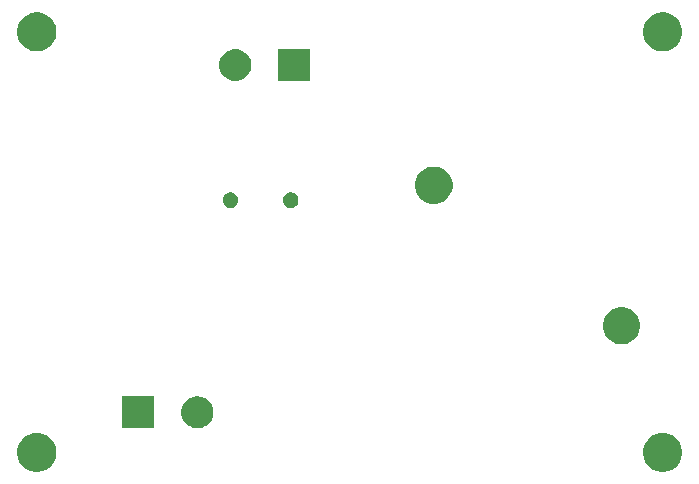
<source format=gbr>
G04 #@! TF.GenerationSoftware,KiCad,Pcbnew,5.0.1*
G04 #@! TF.CreationDate,2019-03-15T13:28:57+13:00*
G04 #@! TF.ProjectId,spiroBoard,737069726F426F6172642E6B69636164,rev?*
G04 #@! TF.SameCoordinates,Original*
G04 #@! TF.FileFunction,Soldermask,Bot*
G04 #@! TF.FilePolarity,Negative*
%FSLAX46Y46*%
G04 Gerber Fmt 4.6, Leading zero omitted, Abs format (unit mm)*
G04 Created by KiCad (PCBNEW 5.0.1) date Fri 15 Mar 2019 01:28:57 PM NZDT*
%MOMM*%
%LPD*%
G01*
G04 APERTURE LIST*
%ADD10C,0.100000*%
G04 APERTURE END LIST*
D10*
G36*
X136375256Y-109991298D02*
X136481579Y-110012447D01*
X136782042Y-110136903D01*
X137048852Y-110315180D01*
X137052454Y-110317587D01*
X137282413Y-110547546D01*
X137463098Y-110817960D01*
X137587553Y-111118422D01*
X137651000Y-111437389D01*
X137651000Y-111762611D01*
X137587553Y-112081578D01*
X137463098Y-112382040D01*
X137282413Y-112652454D01*
X137052454Y-112882413D01*
X137052451Y-112882415D01*
X136782042Y-113063097D01*
X136481579Y-113187553D01*
X136375256Y-113208702D01*
X136162611Y-113251000D01*
X135837389Y-113251000D01*
X135624744Y-113208702D01*
X135518421Y-113187553D01*
X135217958Y-113063097D01*
X134947549Y-112882415D01*
X134947546Y-112882413D01*
X134717587Y-112652454D01*
X134536902Y-112382040D01*
X134412447Y-112081578D01*
X134349000Y-111762611D01*
X134349000Y-111437389D01*
X134412447Y-111118422D01*
X134536902Y-110817960D01*
X134717587Y-110547546D01*
X134947546Y-110317587D01*
X134951148Y-110315180D01*
X135217958Y-110136903D01*
X135518421Y-110012447D01*
X135624744Y-109991298D01*
X135837389Y-109949000D01*
X136162611Y-109949000D01*
X136375256Y-109991298D01*
X136375256Y-109991298D01*
G37*
G36*
X189375256Y-109991298D02*
X189481579Y-110012447D01*
X189782042Y-110136903D01*
X190048852Y-110315180D01*
X190052454Y-110317587D01*
X190282413Y-110547546D01*
X190463098Y-110817960D01*
X190587553Y-111118422D01*
X190651000Y-111437389D01*
X190651000Y-111762611D01*
X190587553Y-112081578D01*
X190463098Y-112382040D01*
X190282413Y-112652454D01*
X190052454Y-112882413D01*
X190052451Y-112882415D01*
X189782042Y-113063097D01*
X189481579Y-113187553D01*
X189375256Y-113208702D01*
X189162611Y-113251000D01*
X188837389Y-113251000D01*
X188624744Y-113208702D01*
X188518421Y-113187553D01*
X188217958Y-113063097D01*
X187947549Y-112882415D01*
X187947546Y-112882413D01*
X187717587Y-112652454D01*
X187536902Y-112382040D01*
X187412447Y-112081578D01*
X187349000Y-111762611D01*
X187349000Y-111437389D01*
X187412447Y-111118422D01*
X187536902Y-110817960D01*
X187717587Y-110547546D01*
X187947546Y-110317587D01*
X187951148Y-110315180D01*
X188217958Y-110136903D01*
X188518421Y-110012447D01*
X188624744Y-109991298D01*
X188837389Y-109949000D01*
X189162611Y-109949000D01*
X189375256Y-109991298D01*
X189375256Y-109991298D01*
G37*
G36*
X149863567Y-106874959D02*
X149994072Y-106900918D01*
X150239939Y-107002759D01*
X150460464Y-107150110D01*
X150461215Y-107150612D01*
X150649388Y-107338785D01*
X150649390Y-107338788D01*
X150797241Y-107560061D01*
X150899082Y-107805928D01*
X150951000Y-108066938D01*
X150951000Y-108333062D01*
X150899082Y-108594072D01*
X150797241Y-108839939D01*
X150649890Y-109060464D01*
X150649388Y-109061215D01*
X150461215Y-109249388D01*
X150461212Y-109249390D01*
X150239939Y-109397241D01*
X149994072Y-109499082D01*
X149863567Y-109525041D01*
X149733063Y-109551000D01*
X149466937Y-109551000D01*
X149336433Y-109525041D01*
X149205928Y-109499082D01*
X148960061Y-109397241D01*
X148738788Y-109249390D01*
X148738785Y-109249388D01*
X148550612Y-109061215D01*
X148550110Y-109060464D01*
X148402759Y-108839939D01*
X148300918Y-108594072D01*
X148249000Y-108333062D01*
X148249000Y-108066938D01*
X148300918Y-107805928D01*
X148402759Y-107560061D01*
X148550610Y-107338788D01*
X148550612Y-107338785D01*
X148738785Y-107150612D01*
X148739536Y-107150110D01*
X148960061Y-107002759D01*
X149205928Y-106900918D01*
X149336433Y-106874959D01*
X149466937Y-106849000D01*
X149733063Y-106849000D01*
X149863567Y-106874959D01*
X149863567Y-106874959D01*
G37*
G36*
X145951000Y-109551000D02*
X143249000Y-109551000D01*
X143249000Y-106849000D01*
X145951000Y-106849000D01*
X145951000Y-109551000D01*
X145951000Y-109551000D01*
G37*
G36*
X185708212Y-99309949D02*
X185962175Y-99360465D01*
X186248989Y-99479268D01*
X186507115Y-99651742D01*
X186726632Y-99871259D01*
X186899106Y-100129385D01*
X187017909Y-100416199D01*
X187078473Y-100720679D01*
X187078473Y-101031123D01*
X187017909Y-101335603D01*
X186899106Y-101622417D01*
X186726632Y-101880543D01*
X186507115Y-102100060D01*
X186248989Y-102272534D01*
X185962175Y-102391337D01*
X185708212Y-102441853D01*
X185657696Y-102451901D01*
X185347250Y-102451901D01*
X185296734Y-102441853D01*
X185042771Y-102391337D01*
X184755957Y-102272534D01*
X184497831Y-102100060D01*
X184278314Y-101880543D01*
X184105840Y-101622417D01*
X183987037Y-101335603D01*
X183926473Y-101031123D01*
X183926473Y-100720679D01*
X183987037Y-100416199D01*
X184105840Y-100129385D01*
X184278314Y-99871259D01*
X184497831Y-99651742D01*
X184755957Y-99479268D01*
X185042771Y-99360465D01*
X185296734Y-99309949D01*
X185347250Y-99299901D01*
X185657696Y-99299901D01*
X185708212Y-99309949D01*
X185708212Y-99309949D01*
G37*
G36*
X152589890Y-89616017D02*
X152708361Y-89665089D01*
X152814992Y-89736338D01*
X152905662Y-89827008D01*
X152976911Y-89933639D01*
X153025983Y-90052110D01*
X153051000Y-90177881D01*
X153051000Y-90306119D01*
X153025983Y-90431890D01*
X152976911Y-90550361D01*
X152905662Y-90656992D01*
X152814992Y-90747662D01*
X152708361Y-90818911D01*
X152589890Y-90867983D01*
X152464119Y-90893000D01*
X152335881Y-90893000D01*
X152210110Y-90867983D01*
X152091639Y-90818911D01*
X151985008Y-90747662D01*
X151894338Y-90656992D01*
X151823089Y-90550361D01*
X151774017Y-90431890D01*
X151749000Y-90306119D01*
X151749000Y-90177881D01*
X151774017Y-90052110D01*
X151823089Y-89933639D01*
X151894338Y-89827008D01*
X151985008Y-89736338D01*
X152091639Y-89665089D01*
X152210110Y-89616017D01*
X152335881Y-89591000D01*
X152464119Y-89591000D01*
X152589890Y-89616017D01*
X152589890Y-89616017D01*
G37*
G36*
X157689890Y-89616017D02*
X157808361Y-89665089D01*
X157914992Y-89736338D01*
X158005662Y-89827008D01*
X158076911Y-89933639D01*
X158125983Y-90052110D01*
X158151000Y-90177881D01*
X158151000Y-90306119D01*
X158125983Y-90431890D01*
X158076911Y-90550361D01*
X158005662Y-90656992D01*
X157914992Y-90747662D01*
X157808361Y-90818911D01*
X157689890Y-90867983D01*
X157564119Y-90893000D01*
X157435881Y-90893000D01*
X157310110Y-90867983D01*
X157191639Y-90818911D01*
X157085008Y-90747662D01*
X156994338Y-90656992D01*
X156923089Y-90550361D01*
X156874017Y-90431890D01*
X156849000Y-90306119D01*
X156849000Y-90177881D01*
X156874017Y-90052110D01*
X156923089Y-89933639D01*
X156994338Y-89827008D01*
X157085008Y-89736338D01*
X157191639Y-89665089D01*
X157310110Y-89616017D01*
X157435881Y-89591000D01*
X157564119Y-89591000D01*
X157689890Y-89616017D01*
X157689890Y-89616017D01*
G37*
G36*
X169833212Y-87419949D02*
X170087175Y-87470465D01*
X170373989Y-87589268D01*
X170632115Y-87761742D01*
X170851632Y-87981259D01*
X171024106Y-88239385D01*
X171142909Y-88526199D01*
X171203473Y-88830679D01*
X171203473Y-89141123D01*
X171142909Y-89445603D01*
X171024106Y-89732417D01*
X170851632Y-89990543D01*
X170632115Y-90210060D01*
X170373989Y-90382534D01*
X170087175Y-90501337D01*
X169840711Y-90550361D01*
X169782696Y-90561901D01*
X169472250Y-90561901D01*
X169414235Y-90550361D01*
X169167771Y-90501337D01*
X168880957Y-90382534D01*
X168622831Y-90210060D01*
X168403314Y-89990543D01*
X168230840Y-89732417D01*
X168112037Y-89445603D01*
X168051473Y-89141123D01*
X168051473Y-88830679D01*
X168112037Y-88526199D01*
X168230840Y-88239385D01*
X168403314Y-87981259D01*
X168622831Y-87761742D01*
X168880957Y-87589268D01*
X169167771Y-87470465D01*
X169421734Y-87419949D01*
X169472250Y-87409901D01*
X169782696Y-87409901D01*
X169833212Y-87419949D01*
X169833212Y-87419949D01*
G37*
G36*
X153003933Y-77463097D02*
X153194072Y-77500918D01*
X153439939Y-77602759D01*
X153660464Y-77750110D01*
X153661215Y-77750612D01*
X153849388Y-77938785D01*
X153849390Y-77938788D01*
X153997241Y-78160061D01*
X154099082Y-78405928D01*
X154151000Y-78666938D01*
X154151000Y-78933062D01*
X154099082Y-79194072D01*
X153997241Y-79439939D01*
X153849890Y-79660464D01*
X153849388Y-79661215D01*
X153661215Y-79849388D01*
X153661212Y-79849390D01*
X153439939Y-79997241D01*
X153194072Y-80099082D01*
X153063567Y-80125041D01*
X152933063Y-80151000D01*
X152666937Y-80151000D01*
X152536433Y-80125041D01*
X152405928Y-80099082D01*
X152160061Y-79997241D01*
X151938788Y-79849390D01*
X151938785Y-79849388D01*
X151750612Y-79661215D01*
X151750110Y-79660464D01*
X151602759Y-79439939D01*
X151500918Y-79194072D01*
X151449000Y-78933062D01*
X151449000Y-78666938D01*
X151500918Y-78405928D01*
X151602759Y-78160061D01*
X151750610Y-77938788D01*
X151750612Y-77938785D01*
X151938785Y-77750612D01*
X151939536Y-77750110D01*
X152160061Y-77602759D01*
X152405928Y-77500918D01*
X152596067Y-77463097D01*
X152666937Y-77449000D01*
X152933063Y-77449000D01*
X153003933Y-77463097D01*
X153003933Y-77463097D01*
G37*
G36*
X159151000Y-80151000D02*
X156449000Y-80151000D01*
X156449000Y-77449000D01*
X159151000Y-77449000D01*
X159151000Y-80151000D01*
X159151000Y-80151000D01*
G37*
G36*
X136375256Y-74391298D02*
X136481579Y-74412447D01*
X136782042Y-74536903D01*
X137048852Y-74715180D01*
X137052454Y-74717587D01*
X137282413Y-74947546D01*
X137463098Y-75217960D01*
X137587553Y-75518422D01*
X137651000Y-75837389D01*
X137651000Y-76162611D01*
X137587553Y-76481578D01*
X137463098Y-76782040D01*
X137282413Y-77052454D01*
X137052454Y-77282413D01*
X137052451Y-77282415D01*
X136782042Y-77463097D01*
X136481579Y-77587553D01*
X136405133Y-77602759D01*
X136162611Y-77651000D01*
X135837389Y-77651000D01*
X135594867Y-77602759D01*
X135518421Y-77587553D01*
X135217958Y-77463097D01*
X134947549Y-77282415D01*
X134947546Y-77282413D01*
X134717587Y-77052454D01*
X134536902Y-76782040D01*
X134412447Y-76481578D01*
X134349000Y-76162611D01*
X134349000Y-75837389D01*
X134412447Y-75518422D01*
X134536902Y-75217960D01*
X134717587Y-74947546D01*
X134947546Y-74717587D01*
X134951148Y-74715180D01*
X135217958Y-74536903D01*
X135518421Y-74412447D01*
X135624744Y-74391298D01*
X135837389Y-74349000D01*
X136162611Y-74349000D01*
X136375256Y-74391298D01*
X136375256Y-74391298D01*
G37*
G36*
X189375256Y-74391298D02*
X189481579Y-74412447D01*
X189782042Y-74536903D01*
X190048852Y-74715180D01*
X190052454Y-74717587D01*
X190282413Y-74947546D01*
X190463098Y-75217960D01*
X190587553Y-75518422D01*
X190651000Y-75837389D01*
X190651000Y-76162611D01*
X190587553Y-76481578D01*
X190463098Y-76782040D01*
X190282413Y-77052454D01*
X190052454Y-77282413D01*
X190052451Y-77282415D01*
X189782042Y-77463097D01*
X189481579Y-77587553D01*
X189405133Y-77602759D01*
X189162611Y-77651000D01*
X188837389Y-77651000D01*
X188594867Y-77602759D01*
X188518421Y-77587553D01*
X188217958Y-77463097D01*
X187947549Y-77282415D01*
X187947546Y-77282413D01*
X187717587Y-77052454D01*
X187536902Y-76782040D01*
X187412447Y-76481578D01*
X187349000Y-76162611D01*
X187349000Y-75837389D01*
X187412447Y-75518422D01*
X187536902Y-75217960D01*
X187717587Y-74947546D01*
X187947546Y-74717587D01*
X187951148Y-74715180D01*
X188217958Y-74536903D01*
X188518421Y-74412447D01*
X188624744Y-74391298D01*
X188837389Y-74349000D01*
X189162611Y-74349000D01*
X189375256Y-74391298D01*
X189375256Y-74391298D01*
G37*
M02*

</source>
